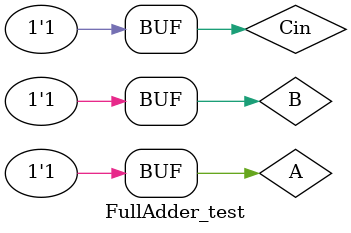
<source format=v>
`timescale 1ns / 1ps


module FullAdder_test;

	// Inputs
	reg A;
	reg B;
	reg Cin;

	// Outputs
	wire S;
	wire Cout;

	// Instantiate the Unit Under Test (UUT)
	FullAdder uut (
		.A(A), 
		.B(B), 
		.Cin(Cin), 
		.S(S), 
		.Cout(Cout)
	);

	initial begin
		// Initialize Inputs
		A = 0;
		B = 0;
		Cin = 0;

		// Wait 100 ns for global reset to finish
		#100;
    
		// Add stimulus here
    #100
    A <= 0;
    B <= 0;
    Cin <= 0;
    
    #100
    A <= 1;
    B <= 0;
    Cin <= 0;
    
    #100
    A <= 0;
    B <= 1;
    Cin <= 0;
    
    #100
    A <= 1;
    B <= 1;
    Cin <= 0;
    
    #100
    A <= 0;
    B <= 0;
    Cin <= 1;
    
    #100
    A <= 1;
    B <= 0;
    Cin <= 1;
    
    #100
    A <= 0;
    B <= 1;
    Cin <= 1;
    
    #100
    A <= 1;
    B <= 1;
    Cin <= 1;

	end
  
endmodule


</source>
